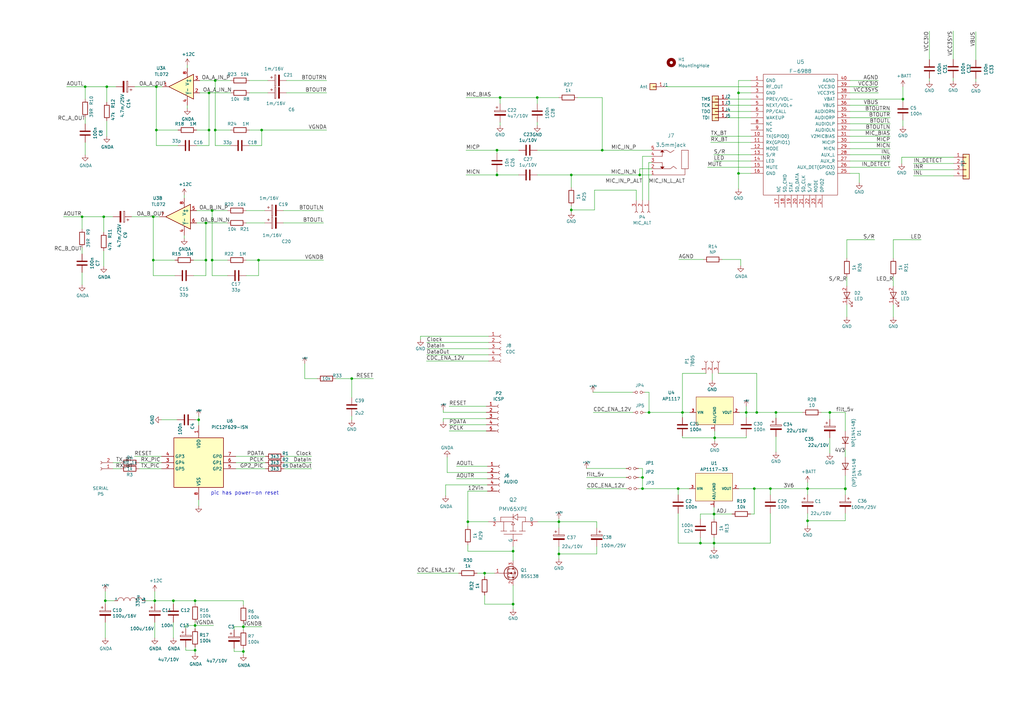
<source format=kicad_sch>
(kicad_sch (version 20211123) (generator eeschema)
  (paper "A3")
  (title_block (date "12 mar 2014") (rev "1") (comment 1 "(C) Tomas Kovacik"))
  (junction (at 34.925 35.56))
  (junction (at 266.192 169.164))
  (junction (at 346.71 200.533))
  (junction (at 107.315 53.34))
  (junction (at 71.12 246.38))
  (junction (at 86.995 86.36))
  (junction (at 287.274 222.758))
  (junction (at 64.135 53.34))
  (junction (at 85.725 53.34))
  (junction (at 99.822 257.048))
  (junction (at 220.345 40.005))
  (junction (at 81.4832 172.1866))
  (junction (at 86.995 106.68))
  (junction (at 315.976 200.406))
  (junction (at 331.216 200.406))
  (junction (at 292.862 222.758))
  (junction (at 318.262 169.164))
  (junction (at 203.835 71.755))
  (junction (at 198.755 235.077))
  (junction (at 99.822 267.208))
  (junction (at 64.135 35.56))
  (junction (at 203.835 61.595))
  (junction (at 234.315 71.755))
  (junction (at 309.372 200.406))
  (junction (at 302.895 38.1))
  (junction (at 84.455 106.68))
  (junction (at 229.235 213.995))
  (junction (at 191.897 213.995))
  (junction (at 263.525 200.406))
  (junction (at 292.862 210.82))
  (junction (at 210.439 226.06))
  (junction (at 88.265 33.02))
  (junction (at 80.01 246.38))
  (junction (at 263.525 195.834))
  (junction (at 43.18 246.38))
  (junction (at 80.01 256.54))
  (junction (at 370.332 40.64))
  (junction (at 262.382 71.755))
  (junction (at 63.5 246.38))
  (junction (at 33.655 88.9))
  (junction (at 43.815 35.56))
  (junction (at 310.388 169.164))
  (junction (at 278.13 200.406))
  (junction (at 302.895 71.12))
  (junction (at 293.116 179.578))
  (junction (at 340.36 169.164))
  (junction (at 229.235 227.203))
  (junction (at 234.315 86.106))
  (junction (at 346.71 200.406))
  (junction (at 42.545 88.9))
  (junction (at 210.439 247.777))
  (junction (at 62.865 88.9))
  (junction (at 80.01 266.7))
  (junction (at 84.455 91.44))
  (junction (at 205.105 40.005))
  (junction (at 85.725 38.1))
  (junction (at 279.908 169.164))
  (junction (at 144.272 155.2702))
  (junction (at 247.015 61.595))
  (junction (at 88.265 53.34))
  (junction (at 306.07 169.164))
  (junction (at 106.045 106.68))
  (junction (at 62.865 106.68))
  (junction (at 331.216 213.614))
  (wire (pts (xy 262.001 200.406) (xy 263.525 200.406)))
  (wire (pts (xy 391.16 67.056) (xy 374.65 67.056)))
  (wire (pts (xy 84.455 91.44) (xy 93.345 91.44)))
  (wire (pts (xy 73.025 53.34) (xy 64.135 53.34)))
  (wire (pts (xy 84.455 91.44) (xy 84.455 106.68)))
  (wire (pts (xy 348.615 53.34) (xy 365.125 53.34)))
  (wire (pts (xy 346.71 210.566) (xy 346.71 213.614)))
  (wire (pts (xy 243.332 169.164) (xy 259.588 169.164)))
  (wire (pts (xy 96.012 257.048) (xy 99.822 257.048)))
  (wire (pts (xy 331.216 197.866) (xy 331.216 200.406)))
  (wire (pts (xy 81.4832 204.978) (xy 81.4832 207.518)))
  (wire (pts (xy 266.065 66.675) (xy 267.335 66.675)))
  (wire (pts (xy 287.274 222.758) (xy 292.862 222.758)))
  (wire (pts (xy 348.615 43.18) (xy 360.2482 43.18)))
  (wire (pts (xy 200.279 213.995) (xy 191.897 213.995)))
  (wire (pts (xy 63.5 242.57) (xy 63.5 246.38)))
  (wire (pts (xy 346.71 202.946) (xy 346.71 200.533)))
  (wire (pts (xy 263.525 200.406) (xy 278.13 200.406)))
  (wire (pts (xy 307.975 55.88) (xy 291.465 55.88)))
  (wire (pts (xy 33.655 101.6) (xy 33.655 104.14)))
  (wire (pts (xy 220.345 42.545) (xy 220.345 40.005)))
  (wire (pts (xy 348.615 48.26) (xy 365.125 48.26)))
  (wire (pts (xy 88.265 53.34) (xy 88.265 59.69)))
  (wire (pts (xy 264.541 160.909) (xy 266.192 160.909)))
  (wire (pts (xy 293.116 179.578) (xy 293.116 180.848)))
  (wire (pts (xy 80.645 53.34) (xy 85.725 53.34)))
  (wire (pts (xy 71.12 246.38) (xy 80.01 246.38)))
  (wire (pts (xy 106.045 113.03) (xy 106.045 106.68)))
  (wire (pts (xy 331.216 213.614) (xy 331.216 210.566)))
  (wire (pts (xy 181.8132 168.1988) (xy 181.8132 169.1386)))
  (wire (pts (xy 172.466 137.922) (xy 172.466 139.192)))
  (wire (pts (xy 346.71 200.406) (xy 331.216 200.406)))
  (wire (pts (xy 296.164 106.426) (xy 303.784 106.426)))
  (wire (pts (xy 346.71 176.784) (xy 346.71 169.164)))
  (wire (pts (xy 331.216 200.406) (xy 331.216 202.946)))
  (wire (pts (xy 210.439 226.06) (xy 210.439 224.155)))
  (wire (pts (xy 33.655 116.84) (xy 33.655 111.76)))
  (wire (pts (xy 310.388 169.164) (xy 306.07 169.164)))
  (wire (pts (xy 298.45 43.18) (xy 307.975 43.18)))
  (wire (pts (xy 71.12 246.38) (xy 71.12 247.65)))
  (wire (pts (xy 183.388 193.802) (xy 199.898 193.802)))
  (wire (pts (xy 175.006 140.462) (xy 200.406 140.462)))
  (wire (pts (xy 84.455 106.68) (xy 84.455 113.03)))
  (wire (pts (xy 42.545 88.9) (xy 46.355 88.9)))
  (wire (pts (xy 306.07 178.816) (xy 306.07 179.578)))
  (wire (pts (xy 347.345 124.968) (xy 347.345 130.048)))
  (wire (pts (xy 243.84 77.978) (xy 243.84 86.106)))
  (wire (pts (xy 132.715 91.44) (xy 116.205 91.44)))
  (wire (pts (xy 348.615 60.96) (xy 365.125 60.96)))
  (wire (pts (xy 287.274 212.852) (xy 287.274 210.82)))
  (wire (pts (xy 262.382 69.215) (xy 262.382 71.755)))
  (wire (pts (xy 62.865 88.9) (xy 62.865 106.68)))
  (wire (pts (xy 244.729 224.155) (xy 244.729 227.203)))
  (wire (pts (xy 369.824 64.516) (xy 391.16 64.516)))
  (wire (pts (xy 80.01 256.54) (xy 87.63 256.54)))
  (wire (pts (xy 191.135 40.005) (xy 205.105 40.005)))
  (wire (pts (xy 307.975 38.1) (xy 302.895 38.1)))
  (wire (pts (xy 210.439 247.777) (xy 198.755 247.777)))
  (wire (pts (xy 306.07 166.624) (xy 306.07 169.164)))
  (wire (pts (xy 99.822 267.208) (xy 99.822 268.478)))
  (wire (pts (xy 347.345 105.918) (xy 347.345 98.298)))
  (wire (pts (xy 293.116 176.784) (xy 293.116 179.578)))
  (wire (pts (xy 234.315 84.455) (xy 234.315 86.106)))
  (wire (pts (xy 346.71 169.164) (xy 340.36 169.164)))
  (wire (pts (xy 229.235 213.995) (xy 229.235 212.725)))
  (wire (pts (xy 203.835 61.595) (xy 191.135 61.595)))
  (wire (pts (xy 53.975 88.9) (xy 62.865 88.9)))
  (wire (pts (xy 43.815 41.91) (xy 43.815 35.56)))
  (wire (pts (xy 309.372 210.82) (xy 309.372 200.406)))
  (wire (pts (xy 96.012 257.048) (xy 96.012 258.318)))
  (wire (pts (xy 346.71 200.533) (xy 346.71 200.406)))
  (wire (pts (xy 307.975 45.72) (xy 298.45 45.72)))
  (wire (pts (xy 75.565 97.79) (xy 75.565 96.52)))
  (wire (pts (xy 287.274 210.82) (xy 292.862 210.82)))
  (wire (pts (xy 71.12 255.27) (xy 71.12 261.62)))
  (wire (pts (xy 370.332 35.56) (xy 370.332 40.64)))
  (wire (pts (xy 331.216 213.614) (xy 346.71 213.614)))
  (wire (pts (xy 303.784 108.966) (xy 303.784 106.426)))
  (wire (pts (xy 390.9314 24.3332) (xy 390.9314 12.7)))
  (wire (pts (xy 348.615 45.72) (xy 365.125 45.72)))
  (wire (pts (xy 234.315 76.835) (xy 234.315 71.755)))
  (wire (pts (xy 307.848 210.82) (xy 309.372 210.82)))
  (wire (pts (xy 100.965 86.36) (xy 108.585 86.36)))
  (wire (pts (xy 292.1 153.162) (xy 292.1 155.956)))
  (wire (pts (xy 210.439 249.809) (xy 210.439 247.777)))
  (wire (pts (xy 81.4832 170.688) (xy 81.4832 172.1866)))
  (wire (pts (xy 210.439 240.157) (xy 210.439 247.777)))
  (wire (pts (xy 212.725 71.755) (xy 203.835 71.755)))
  (wire (pts (xy 172.466 137.922) (xy 200.406 137.922)))
  (wire (pts (xy 171.069 235.077) (xy 188.087 235.077)))
  (wire (pts (xy 80.01 246.38) (xy 99.822 246.38)))
  (wire (pts (xy 133.985 33.02) (xy 117.475 33.02)))
  (wire (pts (xy 266.065 82.169) (xy 266.065 66.675)))
  (wire (pts (xy 86.995 106.68) (xy 86.995 113.03)))
  (wire (pts (xy 88.265 33.02) (xy 88.265 53.34)))
  (wire (pts (xy 400.2532 24.638) (xy 400.2532 13.0048)))
  (wire (pts (xy 292.862 222.758) (xy 315.976 222.758)))
  (wire (pts (xy 264.668 169.164) (xy 266.192 169.164)))
  (wire (pts (xy 34.925 35.56) (xy 43.815 35.56)))
  (wire (pts (xy 85.725 38.1) (xy 85.725 53.34)))
  (wire (pts (xy 318.262 169.164) (xy 310.388 169.164)))
  (wire (pts (xy 203.835 62.865) (xy 203.835 61.595)))
  (wire (pts (xy 86.995 86.36) (xy 93.345 86.36)))
  (wire (pts (xy 102.235 59.69) (xy 107.315 59.69)))
  (wire (pts (xy 348.615 68.58) (xy 365.125 68.58)))
  (wire (pts (xy 199.4408 176.7586) (xy 184.2008 176.7586)))
  (wire (pts (xy 66.2432 192.278) (xy 57.0484 192.278)))
  (wire (pts (xy 198.755 235.077) (xy 198.755 236.474)))
  (wire (pts (xy 229.235 227.203) (xy 244.729 227.203)))
  (wire (pts (xy 287.274 220.472) (xy 287.274 222.758)))
  (wire (pts (xy 307.975 66.04) (xy 292.735 66.04)))
  (wire (pts (xy 175.006 143.002) (xy 200.406 143.002)))
  (wire (pts (xy 198.755 235.077) (xy 202.819 235.077)))
  (wire (pts (xy 315.976 210.566) (xy 315.976 222.758)))
  (wire (pts (xy 310.388 153.162) (xy 310.388 169.164)))
  (wire (pts (xy 307.975 71.12) (xy 302.895 71.12)))
  (wire (pts (xy 298.45 48.26) (xy 307.975 48.26)))
  (wire (pts (xy 391.16 69.596) (xy 374.65 69.596)))
  (wire (pts (xy 99.822 257.048) (xy 99.822 258.318)))
  (wire (pts (xy 199.4408 169.1386) (xy 181.8132 169.1386)))
  (wire (pts (xy 340.36 169.164) (xy 340.36 171.958)))
  (wire (pts (xy 260.985 77.978) (xy 243.84 77.978)))
  (wire (pts (xy 234.315 71.755) (xy 262.382 71.755)))
  (wire (pts (xy 263.525 192.151) (xy 263.525 195.834)))
  (wire (pts (xy 315.976 200.406) (xy 315.976 202.946)))
  (wire (pts (xy 85.725 38.1) (xy 94.615 38.1)))
  (wire (pts (xy 175.006 145.542) (xy 200.406 145.542)))
  (wire (pts (xy 76.2 265.43) (xy 76.2 266.7)))
  (wire (pts (xy 279.908 179.578) (xy 293.116 179.578)))
  (wire (pts (xy 263.525 195.834) (xy 263.525 200.406)))
  (wire (pts (xy 81.4832 172.1866) (xy 80.2132 172.1866)))
  (wire (pts (xy 99.822 257.048) (xy 107.442 257.048)))
  (wire (pts (xy 174.879 148.082) (xy 200.406 148.082)))
  (wire (pts (xy 76.835 26.67) (xy 76.835 27.94)))
  (wire (pts (xy 348.615 63.5) (xy 365.125 63.5)))
  (wire (pts (xy 318.262 185.42) (xy 318.262 179.07)))
  (wire (pts (xy 107.315 59.69) (xy 107.315 53.34)))
  (wire (pts (xy 266.192 160.909) (xy 266.192 169.164)))
  (wire (pts (xy 262.382 71.755) (xy 267.335 71.755)))
  (wire (pts (xy 64.135 35.56) (xy 64.135 53.34)))
  (wire (pts (xy 64.135 35.56) (xy 66.675 35.56)))
  (wire (pts (xy 62.865 106.68) (xy 62.865 113.03)))
  (wire (pts (xy 302.895 71.12) (xy 302.895 77.47)))
  (wire (pts (xy 75.565 80.01) (xy 75.565 81.28)))
  (wire (pts (xy 234.315 86.106) (xy 234.315 86.995)))
  (wire (pts (xy 63.5 246.38) (xy 63.5 247.65)))
  (wire (pts (xy 205.105 51.435) (xy 205.105 50.165)))
  (wire (pts (xy 80.01 266.7) (xy 80.01 267.97)))
  (wire (pts (xy 307.975 33.02) (xy 302.895 33.02)))
  (wire (pts (xy 34.925 63.5) (xy 34.925 58.42)))
  (wire (pts (xy 279.908 169.164) (xy 279.908 171.196)))
  (wire (pts (xy 195.707 235.077) (xy 198.755 235.077)))
  (wire (pts (xy 370.332 49.276) (xy 370.332 51.816)))
  (wire (pts (xy 400.2532 33.528) (xy 400.2532 32.258)))
  (wire (pts (xy 278.384 106.426) (xy 288.544 106.426)))
  (wire (pts (xy 391.16 72.136) (xy 374.65 72.136)))
  (wire (pts (xy 80.645 86.36) (xy 86.995 86.36)))
  (wire (pts (xy 293.116 179.578) (xy 306.07 179.578)))
  (wire (pts (xy 182.753 203.327) (xy 182.753 198.882)))
  (wire (pts (xy 144.272 155.2702) (xy 153.162 155.2702)))
  (wire (pts (xy 191.897 226.06) (xy 210.439 226.06)))
  (wire (pts (xy 348.615 38.1) (xy 360.2482 38.1)))
  (wire (pts (xy 348.615 55.88) (xy 365.125 55.88)))
  (wire (pts (xy 370.332 40.64) (xy 370.332 41.656)))
  (wire (pts (xy 198.755 247.777) (xy 198.755 244.094)))
  (wire (pts (xy 27.305 35.56) (xy 34.925 35.56)))
  (wire (pts (xy 292.862 210.82) (xy 300.228 210.82)))
  (wire (pts (xy 267.335 69.215) (xy 262.382 69.215)))
  (wire (pts (xy 203.835 70.485) (xy 203.835 71.755)))
  (wire (pts (xy 199.898 191.262) (xy 187.198 191.262)))
  (wire (pts (xy 43.18 246.38) (xy 46.99 246.38)))
  (wire (pts (xy 43.18 242.57) (xy 43.18 246.38)))
  (wire (pts (xy 346.71 195.072) (xy 346.71 200.406)))
  (wire (pts (xy 260.985 82.169) (xy 260.985 77.978)))
  (wire (pts (xy 203.835 71.755) (xy 191.135 71.755)))
  (wire (pts (xy 66.2432 189.738) (xy 57.0992 189.738)))
  (wire (pts (xy 80.645 91.44) (xy 84.455 91.44)))
  (wire (pts (xy 102.235 33.02) (xy 109.855 33.02)))
  (wire (pts (xy 64.135 59.69) (xy 73.025 59.69)))
  (wire (pts (xy 100.965 91.44) (xy 108.585 91.44)))
  (wire (pts (xy 86.995 86.36) (xy 86.995 106.68)))
  (wire (pts (xy 199.4408 174.2186) (xy 184.2008 174.2186)))
  (wire (pts (xy 205.105 40.005) (xy 220.345 40.005)))
  (wire (pts (xy 369.824 67.056) (xy 369.824 64.516)))
  (wire (pts (xy 366.395 98.298) (xy 377.825 98.298)))
  (wire (pts (xy 348.615 66.04) (xy 365.125 66.04)))
  (wire (pts (xy 347.345 98.298) (xy 358.775 98.298)))
  (wire (pts (xy 108.8644 187.198) (xy 96.7232 187.198)))
  (wire (pts (xy 199.898 196.342) (xy 187.198 196.342)))
  (wire (pts (xy 96.7232 189.738) (xy 108.8644 189.738)))
  (wire (pts (xy 292.862 222.758) (xy 292.862 224.536)))
  (wire (pts (xy 306.07 169.164) (xy 306.07 171.196)))
  (wire (pts (xy 183.388 187.452) (xy 183.388 193.802)))
  (wire (pts (xy 88.265 59.69) (xy 94.615 59.69)))
  (wire (pts (xy 63.5 246.38) (xy 71.12 246.38)))
  (wire (pts (xy 302.895 33.02) (xy 302.895 38.1)))
  (wire (pts (xy 266.192 169.164) (xy 279.908 169.164)))
  (wire (pts (xy 294.64 153.162) (xy 310.388 153.162)))
  (wire (pts (xy 102.235 53.34) (xy 107.315 53.34)))
  (wire (pts (xy 348.615 50.8) (xy 365.125 50.8)))
  (wire (pts (xy 80.01 256.54) (xy 80.01 257.81)))
  (wire (pts (xy 381.2032 33.3248) (xy 381.2032 32.0548)))
  (wire (pts (xy 247.015 61.595) (xy 267.335 61.595)))
  (wire (pts (xy 191.897 213.995) (xy 191.897 215.9)))
  (wire (pts (xy 220.599 213.995) (xy 229.235 213.995)))
  (wire (pts (xy 191.897 223.52) (xy 191.897 226.06)))
  (wire (pts (xy 96.7232 192.278) (xy 108.8644 192.278)))
  (wire (pts (xy 292.862 210.82) (xy 292.862 212.852)))
  (wire (pts (xy 144.272 170.6626) (xy 144.272 172.2628)))
  (wire (pts (xy 318.262 171.45) (xy 318.262 169.164)))
  (wire (pts (xy 124.968 149.1742) (xy 124.968 155.2702)))
  (wire (pts (xy 99.822 248.158) (xy 99.822 246.38)))
  (wire (pts (xy 381.2032 24.4348) (xy 381.2032 12.8016)))
  (wire (pts (xy 352.425 74.93) (xy 352.425 71.12)))
  (wire (pts (xy 240.538 195.834) (xy 256.794 195.834)))
  (wire (pts (xy 348.615 35.56) (xy 360.2482 35.56)))
  (wire (pts (xy 303.022 200.406) (xy 309.372 200.406)))
  (wire (pts (xy 43.18 255.27) (xy 43.18 261.62)))
  (wire (pts (xy 229.235 213.995) (xy 229.235 216.535)))
  (wire (pts (xy 220.345 40.005) (xy 229.235 40.005)))
  (wire (pts (xy 292.862 220.472) (xy 292.862 222.758)))
  (wire (pts (xy 85.725 59.69) (xy 80.645 59.69)))
  (wire (pts (xy 59.69 246.38) (xy 63.5 246.38)))
  (wire (pts (xy 390.9314 33.2232) (xy 390.9314 31.9532)))
  (wire (pts (xy 289.56 153.162) (xy 279.908 153.162)))
  (wire (pts (xy 292.862 208.026) (xy 292.862 210.82)))
  (wire (pts (xy 46.355 192.278) (xy 49.4284 192.278)))
  (wire (pts (xy 132.715 86.36) (xy 116.205 86.36)))
  (wire (pts (xy 331.216 215.646) (xy 331.216 213.614)))
  (wire (pts (xy 346.71 184.404) (xy 346.71 187.452)))
  (wire (pts (xy 80.01 246.38) (xy 80.01 247.65)))
  (wire (pts (xy 93.345 106.68) (xy 86.995 106.68)))
  (wire (pts (xy 96.012 265.938) (xy 96.012 267.208)))
  (wire (pts (xy 86.995 113.03) (xy 93.345 113.03)))
  (wire (pts (xy 366.395 105.918) (xy 366.395 98.298)))
  (wire (pts (xy 191.897 201.422) (xy 191.897 213.995)))
  (wire (pts (xy 34.925 40.64) (xy 34.925 35.56)))
  (wire (pts (xy 84.455 113.03) (xy 79.375 113.03)))
  (wire (pts (xy 79.375 106.68) (xy 84.455 106.68)))
  (wire (pts (xy 279.908 153.162) (xy 279.908 169.164)))
  (wire (pts (xy 261.874 192.151) (xy 263.525 192.151)))
  (wire (pts (xy 43.815 55.88) (xy 43.815 49.53)))
  (wire (pts (xy 81.915 38.1) (xy 85.725 38.1)))
  (wire (pts (xy 348.615 71.12) (xy 352.425 71.12)))
  (wire (pts (xy 307.975 63.5) (xy 292.735 63.5)))
  (wire (pts (xy 340.36 169.164) (xy 336.804 169.164)))
  (wire (pts (xy 278.13 200.406) (xy 278.13 202.946)))
  (wire (pts (xy 220.345 51.435) (xy 220.345 50.165)))
  (wire (pts (xy 76.2 256.54) (xy 80.01 256.54)))
  (wire (pts (xy 210.439 226.06) (xy 210.439 229.997)))
  (wire (pts (xy 116.4844 192.278) (xy 127.8128 192.278)))
  (wire (pts (xy 137.7188 155.2702) (xy 144.272 155.2702)))
  (wire (pts (xy 55.118 187.198) (xy 66.2432 187.198)))
  (wire (pts (xy 302.895 38.1) (xy 302.895 71.12)))
  (wire (pts (xy 133.985 38.1) (xy 117.475 38.1)))
  (wire (pts (xy 55.245 35.56) (xy 64.135 35.56)))
  (wire (pts (xy 199.4408 171.6786) (xy 181.8132 171.6786)))
  (wire (pts (xy 81.915 33.02) (xy 88.265 33.02)))
  (wire (pts (xy 94.615 53.34) (xy 88.265 53.34)))
  (wire (pts (xy 307.975 58.42) (xy 291.465 58.42)))
  (wire (pts (xy 34.925 48.26) (xy 34.925 50.8)))
  (wire (pts (xy 307.975 40.64) (xy 298.45 40.64)))
  (wire (pts (xy 229.235 229.235) (xy 229.235 227.203)))
  (wire (pts (xy 247.015 40.005) (xy 247.015 61.595)))
  (wire (pts (xy 88.265 33.02) (xy 94.615 33.02)))
  (wire (pts (xy 212.725 61.595) (xy 203.835 61.595)))
  (wire (pts (xy 116.4844 187.198) (xy 127.8128 187.198)))
  (wire (pts (xy 366.395 124.968) (xy 366.395 130.048)))
  (wire (pts (xy 191.897 201.422) (xy 199.898 201.422)))
  (wire (pts (xy 107.315 53.34) (xy 133.985 53.34)))
  (wire (pts (xy 96.012 267.208) (xy 99.822 267.208)))
  (wire (pts (xy 243.205 160.909) (xy 259.461 160.909)))
  (wire (pts (xy 340.36 185.928) (xy 340.36 179.578)))
  (wire (pts (xy 240.665 200.406) (xy 256.921 200.406)))
  (wire (pts (xy 366.395 113.538) (xy 366.395 117.348)))
  (wire (pts (xy 315.976 200.406) (xy 331.216 200.406)))
  (wire (pts (xy 42.545 109.22) (xy 42.545 102.87)))
  (wire (pts (xy 144.272 155.2702) (xy 144.272 163.0426)))
  (wire (pts (xy 33.655 93.98) (xy 33.655 88.9)))
  (wire (pts (xy 278.13 222.758) (xy 287.274 222.758)))
  (wire (pts (xy 64.135 53.34) (xy 64.135 59.69)))
  (wire (pts (xy 81.4832 172.1866) (xy 81.4832 174.498)))
  (wire (pts (xy 72.5932 172.1866) (xy 66.2432 172.1866)))
  (wire (pts (xy 76.835 44.45) (xy 76.835 43.18)))
  (wire (pts (xy 267.335 64.135) (xy 263.525 64.135)))
  (wire (pts (xy 229.235 227.203) (xy 229.235 224.155)))
  (wire (pts (xy 199.4408 166.5986) (xy 184.2008 166.5986)))
  (wire (pts (xy 240.538 192.151) (xy 256.794 192.151)))
  (wire (pts (xy 99.822 255.778) (xy 99.822 257.048)))
  (wire (pts (xy 329.184 169.164) (xy 318.262 169.164)))
  (wire (pts (xy 205.105 42.545) (xy 205.105 40.005)))
  (wire (pts (xy 26.035 88.9) (xy 33.655 88.9)))
  (wire (pts (xy 309.372 200.406) (xy 315.976 200.406)))
  (wire (pts (xy 43.18 246.38) (xy 43.18 247.65)))
  (wire (pts (xy 46.355 189.738) (xy 49.4792 189.738)))
  (wire (pts (xy 99.822 265.938) (xy 99.822 267.208)))
  (wire (pts (xy 182.753 198.882) (xy 199.898 198.882)))
  (wire (pts (xy 307.975 68.58) (xy 290.195 68.58)))
  (wire (pts (xy 348.615 40.64) (xy 370.332 40.64)))
  (wire (pts (xy 76.2 266.7) (xy 80.01 266.7)))
  (wire (pts (xy 130.0988 155.2702) (xy 124.968 155.2702)))
  (wire (pts (xy 261.874 195.834) (xy 263.525 195.834)))
  (wire (pts (xy 229.235 213.995) (xy 244.729 213.995)))
  (wire (pts (xy 85.725 53.34) (xy 85.725 59.69)))
  (wire (pts (xy 279.908 178.816) (xy 279.908 179.578)))
  (wire (pts (xy 33.655 88.9) (xy 42.545 88.9)))
  (wire (pts (xy 80.01 255.27) (xy 80.01 256.54)))
  (wire (pts (xy 106.045 106.68) (xy 132.715 106.68)))
  (wire (pts (xy 220.345 61.595) (xy 247.015 61.595)))
  (wire (pts (xy 63.5 255.27) (xy 63.5 261.62)))
  (wire (pts (xy 272.923 35.56) (xy 307.975 35.56)))
  (wire (pts (xy 243.84 86.106) (xy 234.315 86.106)))
  (wire (pts (xy 279.908 169.164) (xy 282.956 169.164)))
  (wire (pts (xy 348.615 58.42) (xy 365.125 58.42)))
  (wire (pts (xy 100.965 106.68) (xy 106.045 106.68)))
  (wire (pts (xy 263.525 64.135) (xy 263.525 82.169)))
  (wire (pts (xy 62.865 113.03) (xy 71.755 113.03)))
  (wire (pts (xy 220.345 71.755) (xy 234.315 71.755)))
  (wire (pts (xy 303.276 169.164) (xy 306.07 169.164)))
  (wire (pts (xy 62.865 88.9) (xy 65.405 88.9)))
  (wire (pts (xy 244.729 213.995) (xy 244.729 216.535)))
  (wire (pts (xy 348.615 33.02) (xy 360.2482 33.02)))
  (wire (pts (xy 347.345 113.538) (xy 347.345 117.348)))
  (wire (pts (xy 181.8132 171.6786) (xy 181.8132 172.8978)))
  (wire (pts (xy 43.815 35.56) (xy 47.625 35.56)))
  (wire (pts (xy 236.855 40.005) (xy 247.015 40.005)))
  (wire (pts (xy 76.2 257.81) (xy 76.2 256.54)))
  (wire (pts (xy 102.235 38.1) (xy 109.855 38.1)))
  (wire (pts (xy 116.4844 189.738) (xy 127.8128 189.738)))
  (wire (pts (xy 71.755 106.68) (xy 62.865 106.68)))
  (wire (pts (xy 278.13 210.566) (xy 278.13 222.758)))
  (wire (pts (xy 80.01 265.43) (xy 80.01 266.7)))
  (wire (pts (xy 278.13 200.406) (xy 282.702 200.406)))
  (wire (pts (xy 100.965 113.03) (xy 106.045 113.03)))
  (wire (pts (xy 42.545 95.25) (xy 42.545 88.9)))
  (text "pic has power-on reset" (at 86.4108 203.1746 0) (effects (font (size 1.524 1.524)) (justify left bottom)))
  (label "ADJ" (at 293.878 210.82 0) (effects (font (size 1.524 1.524))))
  (label "3V6" (at 321.31 200.406 0) (effects (font (size 1.524 1.524))))
  (label "S{slash}R" (at 358.775 98.298 180) (effects (font (size 1.524 1.524))))
  (label "TX_PIC" (at 57.7342 192.278 0) (effects (font (size 1.524 1.524))))
  (label "INL" (at 365.125 63.5 180) (effects (font (size 1.524 1.524))))
  (label "VGNDA" (at 87.63 256.54 180) (effects (font (size 1.524 1.524))))
  (label "PCLK" (at 108.2802 189.738 180) (effects (font (size 1.524 1.524))))
  (label "AOUTL" (at 27.305 35.56 0) (effects (font (size 1.524 1.524))))
  (label "LED" (at 292.735 66.04 0) (effects (font (size 1.524 1.524))))
  (label "PCLK" (at 184.2008 176.7586 0) (effects (font (size 1.524 1.524))))
  (label "OA_A_OUT" (at 57.0484 35.56 0) (effects (font (size 1.524 1.524))))
  (label "MICN" (at 365.125 60.96 180) (effects (font (size 1.524 1.524))))
  (label "BTOUTLN" (at 365.125 53.34 180) (effects (font (size 1.524 1.524))))
  (label "RESET" (at 153.162 155.2702 180) (effects (font (size 1.524 1.524))))
  (label "DataOut" (at 127.8128 192.278 180) (effects (font (size 1.524 1.524))))
  (label "TX_BT" (at 47.5234 189.738 0) (effects (font (size 1.524 1.524))))
  (label "OA_A_IN_N" (at 83.2104 38.1 0) (effects (font (size 1.524 1.524))))
  (label "RC_A_OUT" (at 34.925 49.7078 180) (effects (font (size 1.524 1.524))))
  (label "MIC_IN_L_ALT" (at 266.065 75.438 0) (effects (font (size 1.524 1.524))))
  (label "OA_B_IN_N" (at 82.1944 91.44 0) (effects (font (size 1.524 1.524))))
  (label "BTOUTL" (at 365.125 50.8 180) (effects (font (size 1.524 1.524))))
  (label "RX_BT" (at 291.465 58.42 0) (effects (font (size 1.524 1.524))))
  (label "CDC_ENA_12V" (at 171.069 235.077 0) (effects (font (size 1.524 1.524))))
  (label "CDC_ENA_12V" (at 174.879 148.082 0) (effects (font (size 1.524 1.524))))
  (label "Clock" (at 127.8128 187.198 180) (effects (font (size 1.524 1.524))))
  (label "S{slash}R_R" (at 347.345 115.6208 180) (effects (font (size 1.524 1.524))))
  (label "BTOUTR" (at 133.985 38.1 180) (effects (font (size 1.524 1.524))))
  (label "PDATA" (at 184.2008 174.2186 0) (effects (font (size 1.524 1.524))))
  (label "AOUTR" (at 26.035 88.9 0) (effects (font (size 1.524 1.524))))
  (label "AGND" (at 360.2482 33.02 180) (effects (font (size 1.524 1.524))))
  (label "DataOut" (at 175.006 145.542 0) (effects (font (size 1.524 1.524))))
  (label "LED" (at 377.825 98.298 180) (effects (font (size 1.524 1.524))))
  (label "MICN" (at 191.135 71.755 0) (effects (font (size 1.524 1.524))))
  (label "CDC_ENA_12V" (at 240.665 200.406 0) (effects (font (size 1.524 1.524))))
  (label "CDC_ENA_12V" (at 243.332 169.164 0) (effects (font (size 1.524 1.524))))
  (label "VCC3IO" (at 360.2482 35.56 180) (effects (font (size 1.524 1.524))))
  (label "4V3" (at 346.71 185.928 180) (effects (font (size 1.524 1.524))))
  (label "VGNDB" (at 107.442 257.048 180) (effects (font (size 1.524 1.524))))
  (label "TX_BT" (at 291.465 55.88 0) (effects (font (size 1.524 1.524))))
  (label "DataIn" (at 175.006 143.002 0) (effects (font (size 1.524 1.524))))
  (label "PDATA" (at 108.3056 187.198 180) (effects (font (size 1.524 1.524))))
  (label "IN_DETECT" (at 365.125 68.58 180) (effects (font (size 1.524 1.524))))
  (label "MICP" (at 191.135 61.595 0) (effects (font (size 1.524 1.524))))
  (label "VCC3SYS" (at 360.2482 38.1 180) (effects (font (size 1.524 1.524))))
  (label "AOUTL" (at 187.198 191.262 0) (effects (font (size 1.524 1.524))))
  (label "AOUTR" (at 187.198 196.342 0) (effects (font (size 1.524 1.524))))
  (label "VBUS" (at 360.2482 43.18 180) (effects (font (size 1.524 1.524))))
  (label "BTOUTR" (at 365.125 48.26 180) (effects (font (size 1.524 1.524))))
  (label "VCC3IO" (at 381.2032 12.8016 270) (effects (font (size 1.524 1.524))))
  (label "12Vin" (at 191.897 201.422 0) (effects (font (size 1.524 1.524))))
  (label "RESET" (at 184.2008 166.5986 0) (effects (font (size 1.524 1.524))))
  (label "VGNDB" (at 132.715 106.68 180) (effects (font (size 1.524 1.524))))
  (label "INR" (at 374.65 69.596 0) (effects (font (size 1.524 1.524))))
  (label "filt_5v" (at 342.9 169.164 0) (effects (font (size 1.524 1.524))))
  (label "GP2_PIC" (at 98.425 192.278 0) (effects (font (size 1.524 1.524))))
  (label "INR" (at 365.125 66.04 180) (effects (font (size 1.524 1.524))))
  (label "MIC_BIAS" (at 365.125 55.88 180) (effects (font (size 1.524 1.524))))
  (label "MIC_BIAS" (at 191.135 40.005 0) (effects (font (size 1.524 1.524))))
  (label "Clock" (at 175.006 140.462 0) (effects (font (size 1.524 1.524))))
  (label "BTOUTRN" (at 365.125 45.72 180) (effects (font (size 1.524 1.524))))
  (label "VGNDA" (at 133.985 53.34 180) (effects (font (size 1.524 1.524))))
  (label "RESET" (at 55.118 187.198 0) (effects (font (size 1.524 1.524))))
  (label "OA_B_OUT" (at 56.0324 88.9 0) (effects (font (size 1.524 1.524))))
  (label "OA_B_IN_P" (at 81.6864 86.36 0) (effects (font (size 1.524 1.524))))
  (label "filt_5v" (at 240.538 195.834 0) (effects (font (size 1.524 1.524))))
  (label "VCC3SYS" (at 390.9314 12.7 270) (effects (font (size 1.524 1.524))))
  (label "MUTE" (at 290.195 68.58 0) (effects (font (size 1.524 1.524))))
  (label "AGND" (at 278.384 106.426 0) (effects (font (size 1.524 1.524))))
  (label "DataIn" (at 127.8128 189.738 180) (effects (font (size 1.524 1.524))))
  (label "MIC_IN_N" (at 260.985 71.755 180) (effects (font (size 1.524 1.524))))
  (label "BTOUTRN" (at 133.985 33.02 180) (effects (font (size 1.524 1.524))))
  (label "MIC_IN_P" (at 260.985 61.595 180) (effects (font (size 1.524 1.524))))
  (label "INL" (at 374.65 72.136 0) (effects (font (size 1.524 1.524))))
  (label "LED_R" (at 366.395 115.5954 180) (effects (font (size 1.524 1.524))))
  (label "MICP" (at 365.125 58.42 180) (effects (font (size 1.524 1.524))))
  (label "BTOUTL" (at 132.715 91.44 180) (effects (font (size 1.524 1.524))))
  (label "OA_A_IN_P" (at 82.7024 33.02 0) (effects (font (size 1.524 1.524))))
  (label "S{slash}R" (at 292.735 63.5 0) (effects (font (size 1.524 1.524))))
  (label "RC_B_OUT" (at 33.655 103.2002 180) (effects (font (size 1.524 1.524))))
  (label "IN_DETECT" (at 374.65 67.056 0) (effects (font (size 1.524 1.524))))
  (label "RX_PIC" (at 57.7088 189.738 0) (effects (font (size 1.524 1.524))))
  (label "BTOUTLN" (at 132.715 86.36 180) (effects (font (size 1.524 1.524))))
  (label "RX_BT" (at 47.4726 192.278 0) (effects (font (size 1.524 1.524))))
  (label "VBUS" (at 400.2532 13.0048 270) (effects (font (size 1.524 1.524))))
  (label "MIC_IN_P_ALT" (at 263.525 75.438 180) (effects (font (size 1.524 1.524))))
  (symbol (lib_id "Device:R") (at 112.6744 189.738 90) (unit 1)
    (property "Reference" "R2" (at 117.0686 188.5442 90))
    (property "Value" "3k3" (at 112.6744 189.738 90))
    (property "Footprint" "Resistors_SMD.pretty:R_0805_HandSoldering" (effects hide))
  )
  (symbol (lib_id "Device:R") (at 112.6744 187.198 90) (unit 1)
    (property "Reference" "R1" (at 117.0686 186.0042 90))
    (property "Value" "3k3" (at 112.6744 187.198 90))
    (property "Footprint" "Resistors_SMD.pretty:R_0805_HandSoldering" (effects hide))
  )
  (symbol (lib_id "Device:R") (at 112.6744 192.278 90) (unit 1)
    (property "Reference" "R5" (at 117.0686 191.0842 90))
    (property "Value" "3k3" (at 112.6744 192.278 90))
    (property "Footprint" "Resistors_SMD.pretty:R_0805_HandSoldering" (effects hide))
  )
  (symbol (lib_id "vwcdpic-rescue:GND") (at 81.4832 207.518 0) (unit 1)
    (property "Reference" "#PWR04" (effects hide))
    (property "Value" "GND" (effects hide))
  )
  (symbol (lib_id "atmegax8_with_bluetooth-rescue:C-RESCUE-atmegax8_with_bluetooth") (at 76.4032 172.1866 270) (unit 1)
    (property "Reference" "C4" (at 78.9432 173.4566 0) (effects (justify left)))
    (property "Value" "100n" (at 73.8632 173.4566 0) (effects (justify left)))
    (property "Footprint" "Capacitors_SMD.pretty:C_0805_HandSoldering" (effects hide))
  )
  (symbol (lib_id "atmegax8_with_bluetooth-rescue:+12V-RESCUE-atmegax8_with_bluetooth") (at 43.18 242.57 0) (unit 1)
    (property "Reference" "#PWR02" (effects hide))
    (property "Value" "+12V" (at 43.18 240.03 0) (effects (font (size 0.762 0.762))))
  )
  (symbol (lib_id "atmegax8_with_bluetooth-rescue:GND-RESCUE-atmegax8_with_bluetooth") (at 66.2432 172.1866 270) (unit 1)
    (property "Reference" "#PWR010" (effects hide))
    (property "Value" "GND" (at 62.4332 172.1866 0))
  )
  (symbol (lib_id "atmegax8_with_bluetooth-rescue:GND-RESCUE-atmegax8_with_bluetooth") (at 172.466 139.192 0) (unit 1)
    (property "Reference" "#PWR011" (effects hide))
    (property "Value" "GND" (at 172.466 143.002 0))
  )
  (symbol (lib_id "atmegax8_with_bluetooth-rescue:+BATT-RESCUE-atmegax8_with_bluetooth") (at 331.216 197.866 0) (unit 1)
    (property "Reference" "#PWR014" (effects hide))
    (property "Value" "+BATT" (at 331.6732 193.4464 0))
  )
  (symbol (lib_id "atmegax8_with_bluetooth-rescue:+BATT-RESCUE-atmegax8_with_bluetooth") (at 370.332 35.56 0) (unit 1)
    (property "Reference" "#PWR015" (effects hide))
    (property "Value" "+BATT" (at 370.7892 31.1404 0))
  )
  (symbol (lib_id "atmegax8_with_bluetooth-rescue:C-RESCUE-atmegax8_with_bluetooth") (at 370.332 45.466 0) (unit 1)
    (property "Reference" "C5" (at 373.253 44.2976 0) (effects (justify left)))
    (property "Value" "100n" (at 373.253 46.6344 0) (effects (justify left)))
    (property "Footprint" "Capacitors_SMD.pretty:C_0805_HandSoldering" (effects hide))
  )
  (symbol (lib_id "atmegax8_with_bluetooth-rescue:GND-RESCUE-atmegax8_with_bluetooth") (at 331.216 215.646 0) (unit 1)
    (property "Reference" "#PWR016" (effects hide))
    (property "Value" "GND" (at 331.216 219.456 0))
  )
  (symbol (lib_id "Connector:Conn_01x05_Female") (at 204.5208 171.6786 0) (unit 1)
    (property "Reference" "P2" (at 204.5208 161.3154 0))
    (property "Value" "ICSP" (at 204.5208 163.6522 0))
    (property "Footprint" "Pin_Headers.pretty:Pin_Header_Straight_1x05" (effects hide))
  )
  (symbol (lib_id "atmegax8_with_bluetooth-rescue:LM358-RESCUE-atmegax8_with_bluetooth") (at 74.295 35.56 0) (mirror y) (unit 1)
    (property "Reference" "U3" (at 67.945 27.94 0) (effects (justify left)))
    (property "Value" "TL072" (at 69.215 30.48 0) (effects (justify left)))
    (property "Footprint" "SMD_Packages:SOIC-8-N" (effects hide))
  )
  (symbol (lib_id "atmegax8_with_bluetooth-rescue:INDUCTOR-RESCUE-atmegax8_with_bluetooth") (at 53.34 246.38 0) (unit 1)
    (property "Reference" "L1" (at 58.8518 246.38 90))
    (property "Value" "330u" (at 56.515 246.38 90))
    (property "Footprint" "SMD_Packages.pretty:SMD-1210_Pol" (effects hide))
  )
  (symbol (lib_id "atmegax8_with_bluetooth-rescue:R-RESCUE-atmegax8_with_bluetooth") (at 80.01 251.46 180) (unit 1)
    (property "Reference" "R16" (at 81.788 250.2916 0) (effects (justify right)))
    (property "Value" "100k" (at 81.788 252.6284 0) (effects (justify right)))
    (property "Footprint" "Resistors_SMD.pretty:R_0805_HandSoldering" (effects hide))
  )
  (symbol (lib_id "atmegax8_with_bluetooth-rescue:R-RESCUE-atmegax8_with_bluetooth") (at 80.01 261.62 180) (unit 1)
    (property "Reference" "R17" (at 81.788 260.4516 0) (effects (justify right)))
    (property "Value" "100k" (at 81.788 262.7884 0) (effects (justify right)))
    (property "Footprint" "Resistors_SMD.pretty:R_0805_HandSoldering" (effects hide))
  )
  (symbol (lib_id "atmegax8_with_bluetooth-rescue:C-RESCUE-atmegax8_with_bluetooth") (at 71.12 251.46 0) (unit 1)
    (property "Reference" "C12" (at 74.041 250.2916 0) (effects (justify left)))
    (property "Value" "100n" (at 66.04 256.54 0) (effects (justify left)))
    (property "Footprint" "Capacitors_SMD.pretty:C_0805_HandSoldering" (effects hide))
  )
  (symbol (lib_id "atmegax8_with_bluetooth-rescue:CP-RESCUE-atmegax8_with_bluetooth") (at 63.5 251.46 0) (unit 1)
    (property "Reference" "C11" (at 66.421 250.2916 0) (effects (justify left)))
    (property "Value" "100u/16V" (at 53.34 257.81 0) (effects (justify left)))
    (property "Footprint" "Capacitors_Tantalum_SMD.pretty:TantalC_SizeD_EIA-7343_HandSoldering" (effects hide))
  )
  (symbol (lib_id "atmegax8_with_bluetooth-rescue:GNDA-RESCUE-atmegax8_with_bluetooth") (at 183.388 187.452 180) (unit 1)
    (property "Reference" "#PWR021" (effects hide))
    (property "Value" "GNDA" (at 183.388 183.642 0))
  )
  (symbol (lib_id "Device:CP") (at 43.18 251.46 0) (unit 1)
    (property "Reference" "C10" (at 46.101 250.2916 0) (effects (justify left)))
    (property "Value" "100u/16V" (at 46.101 252.6284 0) (effects (justify left)))
    (property "Footprint" "Capacitors_Tantalum_SMD.pretty:TantalC_SizeD_EIA-7343_HandSoldering" (effects hide))
  )
  (symbol (lib_id "atmegax8_with_bluetooth-rescue:CP-RESCUE-atmegax8_with_bluetooth") (at 76.2 261.62 0) (unit 1)
    (property "Reference" "C13" (at 73.66 256.54 0) (effects (justify left)))
    (property "Value" "4u7/10V" (at 64.77 270.51 0) (effects (justify left)))
    (property "Footprint" "Capacitors_Tantalum_SMD.pretty:TantalC_SizeA_EIA-3216_Wave" (effects hide))
  )
  (symbol (lib_id "atmegax8_with_bluetooth-rescue:CP-RESCUE-atmegax8_with_bluetooth") (at 113.665 38.1 90) (mirror x) (unit 1)
    (property "Reference" "C6" (at 120.904 44.958 90) (effects (justify left)))
    (property "Value" "1m/16V" (at 117.094 42.418 90) (effects (justify left)))
    (property "Footprint" "Capacitors_SMD.pretty:c_elec_5x5.8" (effects hide))
  )
  (symbol (lib_id "atmegax8_with_bluetooth-rescue:R-RESCUE-atmegax8_with_bluetooth") (at 98.425 38.1 90) (mirror x) (unit 1)
    (property "Reference" "R8" (at 99.695 40.64 90) (effects (justify right)))
    (property "Value" "10k" (at 94.615 40.64 90) (effects (justify right)))
    (property "Footprint" "Resistors_SMD.pretty:R_0805_HandSoldering" (effects hide))
  )
  (symbol (lib_id "atmegax8_with_bluetooth-rescue:+12C-RESCUE-atmegax8_with_bluetooth") (at 63.5 242.57 0) (unit 1)
    (property "Reference" "#PWR023" (effects hide))
    (property "Value" "+12C" (at 63.9572 238.1504 0))
  )
  (symbol (lib_id "atmegax8_with_bluetooth-rescue:GNDA-RESCUE-atmegax8_with_bluetooth") (at 63.5 261.62 0) (unit 1)
    (property "Reference" "#PWR025" (effects hide))
    (property "Value" "GNDA" (at 63.7032 266.0396 0))
  )
  (symbol (lib_id "atmegax8_with_bluetooth-rescue:GNDA-RESCUE-atmegax8_with_bluetooth") (at 71.12 261.62 0) (unit 1)
    (property "Reference" "#PWR026" (effects hide))
    (property "Value" "GNDA" (at 71.3232 266.0396 0))
  )
  (symbol (lib_id "atmegax8_with_bluetooth-rescue:GNDA-RESCUE-atmegax8_with_bluetooth") (at 80.01 267.97 0) (unit 1)
    (property "Reference" "#PWR027" (effects hide))
    (property "Value" "GNDA" (at 80.2132 272.3896 0))
  )
  (symbol (lib_id "atmegax8_with_bluetooth-rescue:CP-RESCUE-atmegax8_with_bluetooth") (at 113.665 33.02 90) (mirror x) (unit 1)
    (property "Reference" "C21" (at 120.142 30.734 90) (effects (justify left)))
    (property "Value" "1m/16V" (at 116.332 28.194 90) (effects (justify left)))
    (property "Footprint" "Capacitors_SMD.pretty:c_elec_5x5.8" (effects hide))
  )
  (symbol (lib_id "atmegax8_with_bluetooth-rescue:R-RESCUE-atmegax8_with_bluetooth") (at 98.425 33.02 270) (mirror x) (unit 1)
    (property "Reference" "R23" (at 97.155 30.48 90) (effects (justify right)))
    (property "Value" "10k" (at 102.235 30.48 90) (effects (justify right)))
    (property "Footprint" "Resistors_SMD.pretty:R_0805_HandSoldering" (effects hide))
  )
  (symbol (lib_id "atmegax8_with_bluetooth-rescue:R-RESCUE-atmegax8_with_bluetooth") (at 98.425 53.34 270) (mirror x) (unit 1)
    (property "Reference" "R24" (at 97.155 50.8 90) (effects (justify right)))
    (property "Value" "1M" (at 102.235 50.8 90) (effects (justify right)))
    (property "Footprint" "Resistors_SMD.pretty:R_0805_HandSoldering" (effects hide))
  )
  (symbol (lib_id "atmegax8_with_bluetooth-rescue:R-RESCUE-atmegax8_with_bluetooth") (at 76.835 53.34 270) (mirror x) (unit 1)
    (property "Reference" "R18" (at 75.565 50.8 90) (effects (justify right)))
    (property "Value" "1M" (at 80.645 50.8 90) (effects (justify right)))
    (property "Footprint" "Resistors_SMD.pretty:R_0805_HandSoldering" (effects hide))
  )
  (symbol (lib_id "atmegax8_with_bluetooth-rescue:CP-RESCUE-atmegax8_with_bluetooth") (at 51.435 35.56 270) (mirror x) (unit 1)
    (property "Reference" "C14" (at 52.705 44.45 0) (effects (justify left)))
    (property "Value" "4.7m/25V" (at 50.165 48.26 0) (effects (justify left)))
    (property "Footprint" "Capacitors_SMD.pretty:c_elec_5x5.8" (effects hide))
  )
  (symbol (lib_id "atmegax8_with_bluetooth-rescue:C-RESCUE-atmegax8_with_bluetooth") (at 76.835 59.69 90) (unit 1)
    (property "Reference" "C16" (at 81.28 58.42 90))
    (property "Value" "33p" (at 72.39 57.785 90))
    (property "Footprint" "Capacitors_SMD.pretty:C_0805_HandSoldering" (effects hide))
  )
  (symbol (lib_id "atmegax8_with_bluetooth-rescue:C-RESCUE-atmegax8_with_bluetooth") (at 98.425 59.69 90) (unit 1)
    (property "Reference" "C18" (at 103.505 58.42 90))
    (property "Value" "33p" (at 93.345 58.42 90))
    (property "Footprint" "Capacitors_SMD.pretty:C_0805_HandSoldering" (effects hide))
  )
  (symbol (lib_id "atmegax8_with_bluetooth-rescue:+12C-RESCUE-atmegax8_with_bluetooth") (at 76.835 26.67 0) (unit 1)
    (property "Reference" "#PWR030" (effects hide))
    (property "Value" "+12C" (at 77.2922 22.2504 0))
  )
  (symbol (lib_id "atmegax8_with_bluetooth-rescue:GNDA-RESCUE-atmegax8_with_bluetooth") (at 76.835 44.45 0) (unit 1)
    (property "Reference" "#PWR031" (effects hide))
    (property "Value" "GNDA" (at 77.0382 48.8696 0))
  )
  (symbol (lib_id "atmegax8_with_bluetooth-rescue:R-RESCUE-atmegax8_with_bluetooth") (at 43.815 45.72 0) (mirror x) (unit 1)
    (property "Reference" "R12" (at 46.355 44.45 90) (effects (justify right)))
    (property "Value" "47k" (at 46.355 49.53 90) (effects (justify right)))
    (property "Footprint" "Resistors_SMD.pretty:R_0805_HandSoldering" (effects hide))
  )
  (symbol (lib_id "atmegax8_with_bluetooth-rescue:GNDA-RESCUE-atmegax8_with_bluetooth") (at 43.815 55.88 0) (unit 1)
    (property "Reference" "#PWR032" (effects hide))
    (property "Value" "GNDA" (at 44.0182 60.2996 0))
  )
  (symbol (lib_id "atmegax8_with_bluetooth-rescue:C-RESCUE-atmegax8_with_bluetooth") (at 34.925 54.61 0) (unit 1)
    (property "Reference" "C8" (at 41.3512 54.61 90))
    (property "Value" "100n" (at 39.0144 54.61 90))
    (property "Footprint" "Capacitors_SMD.pretty:C_0805_HandSoldering" (effects hide))
  )
  (symbol (lib_id "atmegax8_with_bluetooth-rescue:R-RESCUE-atmegax8_with_bluetooth") (at 34.925 44.45 0) (mirror x) (unit 1)
    (property "Reference" "R10" (at 37.465 43.18 90) (effects (justify right)))
    (property "Value" "39R" (at 37.465 48.26 90) (effects (justify right)))
    (property "Footprint" "Resistors_SMD.pretty:R_0805_HandSoldering" (effects hide))
  )
  (symbol (lib_id "atmegax8_with_bluetooth-rescue:GNDA-RESCUE-atmegax8_with_bluetooth") (at 34.925 63.5 0) (unit 1)
    (property "Reference" "#PWR033" (effects hide))
    (property "Value" "GNDA" (at 35.1282 67.9196 0))
  )
  (symbol (lib_id "atmegax8_with_bluetooth-rescue:CP-RESCUE-atmegax8_with_bluetooth") (at 112.395 91.44 90) (mirror x) (unit 1)
    (property "Reference" "C20" (at 119.38 99.06 90) (effects (justify left)))
    (property "Value" "1m/16V" (at 115.57 96.52 90) (effects (justify left)))
    (property "Footprint" "Capacitors_SMD.pretty:c_elec_5x5.8" (effects hide))
  )
  (symbol (lib_id "atmegax8_with_bluetooth-rescue:R-RESCUE-atmegax8_with_bluetooth") (at 97.155 91.44 90) (mirror x) (unit 1)
    (property "Reference" "R21" (at 98.425 93.98 90) (effects (justify right)))
    (property "Value" "10k" (at 93.345 93.98 90) (effects (justify right)))
    (property "Footprint" "Resistors_SMD.pretty:R_0805_HandSoldering" (effects hide))
  )
  (symbol (lib_id "atmegax8_with_bluetooth-rescue:CP-RESCUE-atmegax8_with_bluetooth") (at 112.395 86.36 90) (mirror x) (unit 1)
    (property "Reference" "C19" (at 118.11 83.82 90) (effects (justify left)))
    (property "Value" "1m/16V" (at 114.3 81.28 90) (effects (justify left)))
    (property "Footprint" "Capacitors_SMD.pretty:c_elec_5x5.8" (effects hide))
  )
  (symbol (lib_id "atmegax8_with_bluetooth-rescue:R-RESCUE-atmegax8_with_bluetooth") (at 97.155 86.36 270) (mirror x) (unit 1)
    (property "Reference" "R20" (at 95.885 83.82 90) (effects (justify right)))
    (property "Value" "10k" (at 100.965 83.82 90) (effects (justify right)))
    (property "Footprint" "Resistors_SMD.pretty:R_0805_HandSoldering" (effects hide))
  )
  (symbol (lib_id "atmegax8_with_bluetooth-rescue:R-RESCUE-atmegax8_with_bluetooth") (at 97.155 106.68 270) (mirror x) (unit 1)
    (property "Reference" "R22" (at 95.885 104.14 90) (effects (justify right)))
    (property "Value" "1M" (at 100.965 104.14 90) (effects (justify right)))
    (property "Footprint" "Resistors_SMD.pretty:R_0805_HandSoldering" (effects hide))
  )
  (symbol (lib_id "atmegax8_with_bluetooth-rescue:R-RESCUE-atmegax8_with_bluetooth") (at 75.565 106.68 270) (mirror x) (unit 1)
    (property "Reference" "R15" (at 74.295 104.14 90) (effects (justify right)))
    (property "Value" "1M" (at 79.375 104.14 90) (effects (justify right)))
    (property "Footprint" "Resistors_SMD.pretty:R_0805_HandSoldering" (effects hide))
  )
  (symbol (lib_id "atmegax8_with_bluetooth-rescue:CP-RESCUE-atmegax8_with_bluetooth") (at 50.165 88.9 270) (mirror x) (unit 1)
    (property "Reference" "C9" (at 51.435 97.79 0) (effects (justify left)))
    (property "Value" "4.7m/25V" (at 48.895 101.6 0) (effects (justify left)))
    (property "Footprint" "Capacitors_SMD.pretty:c_elec_5x5.8" (effects hide))
  )
  (symbol (lib_id "atmegax8_with_bluetooth-rescue:C-RESCUE-atmegax8_with_bluetooth") (at 75.565 113.03 90) (unit 1)
    (property "Reference" "C15" (at 75.438 118.5672 90))
    (property "Value" "33p" (at 75.438 120.904 90))
    (property "Footprint" "Capacitors_SMD.pretty:C_0805_HandSoldering" (effects hide))
  )
  (symbol (lib_id "atmegax8_with_bluetooth-rescue:C-RESCUE-atmegax8_with_bluetooth") (at 97.155 113.03 90) (unit 1)
    (property "Reference" "C17" (at 96.774 116.5352 90))
    (property "Value" "33p" (at 96.774 118.872 90))
    (property "Footprint" "Capacitors_SMD.pretty:C_0805_HandSoldering" (effects hide))
  )
  (symbol (lib_id "atmegax8_with_bluetooth-rescue:+12C-RESCUE-atmegax8_with_bluetooth") (at 75.565 80.01 0) (unit 1)
    (property "Reference" "#PWR034" (effects hide))
    (property "Value" "+12C" (at 76.0222 75.5904 0))
  )
  (symbol (lib_id "atmegax8_with_bluetooth-rescue:GNDA-RESCUE-atmegax8_with_bluetooth") (at 75.565 97.79 0) (unit 1)
    (property "Reference" "#PWR035" (effects hide))
    (property "Value" "GNDA" (at 75.7682 102.2096 0))
  )
  (symbol (lib_id "atmegax8_with_bluetooth-rescue:R-RESCUE-atmegax8_with_bluetooth") (at 42.545 99.06 0) (mirror x) (unit 1)
    (property "Reference" "R11" (at 45.085 97.79 90) (effects (justify right)))
    (property "Value" "47k" (at 45.085 102.87 90) (effects (justify right)))
    (property "Footprint" "Resistors_SMD.pretty:R_0805_HandSoldering" (effects hide))
  )
  (symbol (lib_id "atmegax8_with_bluetooth-rescue:GNDA-RESCUE-atmegax8_with_bluetooth") (at 42.545 109.22 0) (unit 1)
    (property "Reference" "#PWR036" (effects hide))
    (property "Value" "GNDA" (at 42.7482 113.6396 0))
  )
  (symbol (lib_id "atmegax8_with_bluetooth-rescue:C-RESCUE-atmegax8_with_bluetooth") (at 33.655 107.95 0) (unit 1)
    (property "Reference" "C7" (at 40.0812 107.95 90))
    (property "Value" "100n" (at 37.7444 107.95 90))
    (property "Footprint" "Capacitors_SMD.pretty:C_0805_HandSoldering" (effects hide))
  )
  (symbol (lib_id "atmegax8_with_bluetooth-rescue:R-RESCUE-atmegax8_with_bluetooth") (at 33.655 97.79 0) (mirror x) (unit 1)
    (property "Reference" "R9" (at 36.195 96.52 90) (effects (justify right)))
    (property "Value" "39R" (at 36.195 101.6 90) (effects (justify right)))
    (property "Footprint" "Resistors_SMD.pretty:R_0805_HandSoldering" (effects hide))
  )
  (symbol (lib_id "atmegax8_with_bluetooth-rescue:GNDA-RESCUE-atmegax8_with_bluetooth") (at 33.655 116.84 0) (unit 1)
    (property "Reference" "#PWR037" (effects hide))
    (property "Value" "GNDA" (at 33.8582 121.2596 0))
  )
  (symbol (lib_name "Device:CP_1") (lib_id "Device:CP") (at 205.105 46.355 0) (unit 1)
    (property "Reference" "C22" (at 208.026 45.1866 0) (effects (justify left)))
    (property "Value" "4u7/10V" (at 208.026 47.5234 0) (effects (justify left)))
    (property "Footprint" "Capacitors_Tantalum_SMD.pretty:TantalC_SizeA_EIA-3216_Wave" (effects hide))
  )
  (symbol (lib_id "atmegax8_with_bluetooth-rescue:R-RESCUE-atmegax8_with_bluetooth") (at 233.045 40.005 270) (mirror x) (unit 1)
    (property "Reference" "R27" (at 233.045 34.7218 90))
    (property "Value" "1k" (at 233.045 37.059 90))
    (property "Footprint" "Resistors_SMD.pretty:R_0805_HandSoldering" (effects hide))
  )
  (symbol (lib_id "Device:C") (at 216.535 61.595 90) (unit 1)
    (property "Reference" "C23" (at 216.535 55.1688 90))
    (property "Value" "1u/10V" (at 216.535 57.5056 90))
    (property "Footprint" "Capacitors_SMD.pretty:C_1206_HandSoldering" (effects hide))
  )
  (symbol (lib_id "atmegax8_with_bluetooth-rescue:GND-RESCUE-atmegax8_with_bluetooth") (at 205.105 51.435 0) (unit 1)
    (property "Reference" "#PWR038" (effects hide))
    (property "Value" "GND" (at 205.105 55.245 0))
  )
  (symbol (lib_id "atmegax8_with_bluetooth-rescue:LM358-RESCUE-atmegax8_with_bluetooth") (at 73.025 88.9 0) (mirror y) (unit 2)
    (property "Reference" "U3" (at 66.675 81.28 0) (effects (justify left)))
    (property "Value" "TL072" (at 67.945 83.82 0) (effects (justify left)))
    (property "Footprint" "SMD_Packages:SOIC-8-N" (effects hide))
  )
  (symbol (lib_id "Device:C") (at 216.535 71.755 90) (unit 1)
    (property "Reference" "C27" (at 216.535 65.3288 90))
    (property "Value" "1u/10V" (at 216.535 67.6656 90))
    (property "Footprint" "Capacitors_SMD.pretty:C_1206_HandSoldering" (effects hide))
  )
  (symbol (lib_id "atmegax8_with_bluetooth-rescue:C-RESCUE-atmegax8_with_bluetooth") (at 203.835 66.675 0) (unit 1)
    (property "Reference" "C26" (at 210.2612 66.675 90))
    (property "Value" "10n" (at 207.9244 66.675 90))
    (property "Footprint" "Capacitors_SMD.pretty:C_0805_HandSoldering" (effects hide))
  )
  (symbol (lib_id "atmegax8_with_bluetooth-rescue:C-RESCUE-atmegax8_with_bluetooth") (at 220.345 46.355 0) (unit 1)
    (property "Reference" "C28" (at 226.7712 46.355 90))
    (property "Value" "100n" (at 224.4344 46.355 90))
    (property "Footprint" "Capacitors_SMD:C_0805_HandSoldering" (effects hide))
  )
  (symbol (lib_id "atmegax8_with_bluetooth-rescue:GND-RESCUE-atmegax8_with_bluetooth") (at 220.345 51.435 0) (unit 1)
    (property "Reference" "#PWR013" (effects hide))
    (property "Value" "GND" (at 220.345 55.245 0))
  )
  (symbol (lib_id "atmegax8_with_bluetooth-rescue:R-RESCUE-atmegax8_with_bluetooth") (at 234.315 80.645 0) (mirror x) (unit 1)
    (property "Reference" "R25" (at 239.5982 80.645 90))
    (property "Value" "1k" (at 237.261 80.645 90))
    (property "Footprint" "Resistors_SMD.pretty:R_0805_HandSoldering" (effects hide))
  )
  (symbol (lib_id "atmegax8_with_bluetooth-rescue:GND-RESCUE-atmegax8_with_bluetooth") (at 234.315 86.995 0) (unit 1)
    (property "Reference" "#PWR029" (effects hide))
    (property "Value" "GND" (at 234.315 90.805 0))
  )
  (symbol (lib_id "atmegax8_with_bluetooth-rescue:GND-RESCUE-atmegax8_with_bluetooth") (at 302.895 77.47 0) (unit 1)
    (property "Reference" "#PWR043" (effects hide))
    (property "Value" "GND" (at 302.895 81.28 0))
  )
  (symbol (lib_id "atmegax8_with_bluetooth-rescue:GND-RESCUE-atmegax8_with_bluetooth") (at 352.425 74.93 0) (unit 1)
    (property "Reference" "#PWR044" (effects hide))
    (property "Value" "GND" (at 352.425 78.74 0))
  )
  (symbol (lib_id "atmegax8_with_bluetooth-rescue:GND-RESCUE-atmegax8_with_bluetooth") (at 347.345 130.048 0) (unit 1)
    (property "Reference" "#PWR041" (effects hide))
    (property "Value" "GND" (at 347.345 133.858 0))
  )
  (symbol (lib_id "atmegax8_with_bluetooth-rescue:LED-RESCUE-atmegax8_with_bluetooth") (at 347.345 121.158 90) (unit 1)
    (property "Reference" "D2" (at 350.3168 120.1928 90) (effects (justify right)))
    (property "Value" "LED" (at 350.3168 122.5042 90) (effects (justify right)))
    (property "Footprint" "LEDs:LED_0805_HandSoldering" (effects hide))
  )
  (symbol (lib_id "atmegax8_with_bluetooth-rescue:R-RESCUE-atmegax8_with_bluetooth") (at 347.345 109.728 0) (unit 1)
    (property "Reference" "R26" (at 352.6282 109.728 90))
    (property "Value" "1k" (at 350.2914 109.728 90))
    (property "Footprint" "Resistors_SMD.pretty:R_0805_HandSoldering" (effects hide))
  )
  (symbol (lib_id "atmegax8_with_bluetooth-rescue:GND-RESCUE-atmegax8_with_bluetooth") (at 366.395 130.048 0) (unit 1)
    (property "Reference" "#PWR042" (effects hide))
    (property "Value" "GND" (at 366.395 133.858 0))
  )
  (symbol (lib_id "atmegax8_with_bluetooth-rescue:LED-RESCUE-atmegax8_with_bluetooth") (at 366.395 121.158 90) (unit 1)
    (property "Reference" "D3" (at 369.3668 120.1928 90) (effects (justify right)))
    (property "Value" "LED" (at 369.3668 122.5042 90) (effects (justify right)))
    (property "Footprint" "LEDs:LED_0805_HandSoldering" (effects hide))
  )
  (symbol (lib_id "atmegax8_with_bluetooth-rescue:R-RESCUE-atmegax8_with_bluetooth") (at 366.395 109.728 0) (unit 1)
    (property "Reference" "R31" (at 371.6782 109.728 90))
    (property "Value" "1k" (at 369.3414 109.728 90))
    (property "Footprint" "Resistors_SMD.pretty:R_0805_HandSoldering" (effects hide))
  )
  (symbol (lib_id "atmegax8_with_bluetooth-rescue:Conn_01x04-RESCUE-atmegax8_with_bluetooth") (at 396.24 67.056 0) (unit 1)
    (property "Reference" "P3" (at 394.97 67.056 90))
    (property "Value" "AUX" (effects hide))
    (property "Footprint" "Pin_Headers.pretty:Pin_Header_Straight_1x04" (effects hide))
  )
  (symbol (lib_id "atmegax8_with_bluetooth-rescue:GND-RESCUE-atmegax8_with_bluetooth") (at 369.824 67.056 0) (unit 1)
    (property "Reference" "#PWR045" (effects hide))
    (property "Value" "GND" (at 369.824 70.866 0))
  )
  (symbol (lib_id "Connector_Generic:Conn_01x01") (at 293.37 40.64 180) (unit 1)
    (property "Reference" "J2" (at 298.45 39.624 0))
    (property "Value" "TMS" (at 289.56 40.64 0))
    (property "Footprint" "modules:1pin_smd" (effects hide))
  )
  (symbol (lib_id "Connector_Generic:Conn_01x01") (at 293.37 43.18 180) (unit 1)
    (property "Reference" "J3" (at 298.45 42.164 0))
    (property "Value" "TCK" (at 289.56 43.18 0))
    (property "Footprint" "modules:1pin_smd" (effects hide))
  )
  (symbol (lib_id "Connector_Generic:Conn_01x01") (at 293.37 45.72 180) (unit 1)
    (property "Reference" "J4" (at 298.45 44.958 0))
    (property "Value" "TDO" (at 289.56 45.72 0))
    (property "Footprint" "modules:1pin_smd" (effects hide))
  )
  (symbol (lib_id "Connector_Generic:Conn_01x01") (at 293.37 48.26 180) (unit 1)
    (property "Reference" "J5" (at 298.45 47.498 0))
    (property "Value" "TDI" (at 289.56 48.26 0))
    (property "Footprint" "modules:1pin_smd" (effects hide))
  )
  (symbol (lib_id "Connector_Generic:Conn_01x01") (at 267.843 35.56 180) (unit 1)
    (property "Reference" "J1" (at 272.923 34.798 0))
    (property "Value" "Ant" (at 264.033 35.56 0))
    (property "Footprint" "modules:1pin_smd" (effects hide))
  )
  (symbol (lib_id "atmegax8_with_bluetooth-rescue:GNDA-RESCUE-atmegax8_with_bluetooth") (at 43.18 261.62 0) (unit 1)
    (property "Reference" "#PWR0101" (effects hide))
    (property "Value" "GNDA" (at 43.3832 266.0396 0))
  )
  (symbol (lib_id "atmegax8_with_bluetooth-rescue:GNDA-RESCUE-atmegax8_with_bluetooth") (at 182.753 203.327 0) (unit 1)
    (property "Reference" "#PWR0103" (effects hide))
    (property "Value" "GNDA" (at 182.9562 207.7466 0))
  )
  (symbol (lib_id "Device:Jumper_NO_Small") (at 262.128 169.164 0) (unit 1)
    (property "Reference" "JP5" (at 262.509 166.37 0))
    (property "Value" "Jumper_NO_Small" (effects hide))
    (property "Footprint" "Jumper:SolderJumper-2_P1.3mm_Open_TrianglePad1.0x1.5mm" (effects hide))
  )
  (symbol (lib_id "atmegax8_with_bluetooth-rescue:GNDA-RESCUE-atmegax8_with_bluetooth") (at 303.784 108.966 0) (unit 1)
    (property "Reference" "#PWR0111" (effects hide))
    (property "Value" "GNDA" (at 303.9872 113.3856 0))
  )
  (symbol (lib_id "atmegax8_with_bluetooth-rescue:CP-RESCUE-atmegax8_with_bluetooth") (at 96.012 262.128 0) (unit 1)
    (property "Reference" "C3" (at 93.472 257.048 0) (effects (justify left)))
    (property "Value" "4u7/10V" (at 84.582 271.018 0) (effects (justify left)))
    (property "Footprint" "Capacitors_Tantalum_SMD.pretty:TantalC_SizeA_EIA-3216_Wave" (effects hide))
  )
  (symbol (lib_id "Device:Jumper_NO_Small") (at 262.001 160.909 0) (unit 1)
    (property "Reference" "JP4" (at 262.382 158.115 0))
    (property "Value" "Jumper_NO_Small" (effects hide))
    (property "Footprint" "Jumper:SolderJumper-2_P1.3mm_Open_TrianglePad1.0x1.5mm" (effects hide))
  )
  (symbol (lib_id "Mechanical:MountingHole") (at 275.336 25.654 0) (unit 1)
    (property "Reference" "H1" (at 278.13 24.3839 0) (effects (justify left)))
    (property "Value" "MountingHole" (at 278.13 26.9239 0) (effects (justify left)))
    (property "Footprint" "pcb_outline_for_boxes:KM21" (effects hide))
  )
  (symbol (lib_id "pmosfet-gsd:PMOSFET-GSD") (at 210.439 216.535 270) (mirror x) (unit 1)
    (property "Reference" "Q2" (at 210.439 204.978 90) (effects (font (size 1.524 1.524))))
    (property "Value" "PMV65XPE" (at 210.439 208.788 90) (effects (font (size 1.524 1.524))))
    (property "Footprint" "Housings_SOT-23_SOT-143_TSOT-6.pretty:SOT-23" (effects hide))
  )
  (symbol (lib_id "atmegax8_with_bluetooth-rescue:R-RESCUE-atmegax8_with_bluetooth") (at 332.994 169.164 90) (unit 1)
    (property "Reference" "R28" (at 332.994 163.8808 90))
    (property "Value" "10" (at 332.994 166.2176 90))
    (property "Footprint" "Resistors_SMD.pretty:R_0805_HandSoldering" (effects hide))
  )
  (symbol (lib_id "atmegax8_with_bluetooth-rescue:GND-RESCUE-atmegax8_with_bluetooth") (at 292.1 155.956 0) (unit 1)
    (property "Reference" "#PWR0112" (effects hide))
    (property "Value" "GND" (at 292.1 159.766 0))
  )
  (symbol (lib_id "atmegax8_with_bluetooth-rescue:R-RESCUE-atmegax8_with_bluetooth") (at 292.862 216.662 0) (unit 1)
    (property "Reference" "R13" (at 298.1452 216.662 90))
    (property "Value" "1k" (at 295.8084 216.662 90))
    (property "Footprint" "Resistors_SMD.pretty:R_0805_HandSoldering" (effects hide))
  )
  (symbol (lib_id "atmegax8_with_bluetooth-rescue:+12V-RESCUE-atmegax8_with_bluetooth") (at 240.538 192.151 0) (unit 1)
    (property "Reference" "#PWR0118" (effects hide))
    (property "Value" "+12V" (at 240.538 189.611 0) (effects (font (size 0.762 0.762))))
  )
  (symbol (lib_id "phonejack:3.5mmjack") (at 273.685 65.405 0) (mirror x) (unit 1)
    (property "Reference" "J7" (at 275.209 55.626 0) (effects (font (size 1.524 1.524))))
    (property "Value" "3.5mmjack" (at 275.209 59.436 0) (effects (font (size 1.524 1.524))))
    (property "Footprint" "jacks:3.5mm_stereo_jack_PJ306M" (effects hide))
    (property "Datasheet" "http://www.scpre.com.tw/ProductPage/101/2" (effects hide))
  )
  (symbol (lib_id "atmegax8_with_bluetooth-rescue:D-RESCUE-atmegax8_with_bluetooth") (at 346.71 191.262 90) (unit 1)
    (property "Reference" "D4" (at 352.6028 193.929 0))
    (property "Value" "(NP)1N4148" (at 350.266 193.929 0))
    (property "Footprint" "Diodes_SMD.pretty:MiniMELF_Handsoldering" (effects hide))
  )
  (symbol (lib_id "Device:R") (at 53.2892 189.738 90) (unit 1)
    (property "Reference" "R4" (at 53.2888 187.7064 90))
    (property "Value" "NP_1k" (at 53.289 189.7376 90))
    (property "Footprint" "Resistors_SMD.pretty:R_0805_HandSoldering" (effects hide))
  )
  (symbol (lib_id "atmegax8_with_bluetooth-rescue:R-RESCUE-atmegax8_with_bluetooth") (at 191.897 235.077 90) (unit 1)
    (property "Reference" "R30" (at 191.897 229.7938 90))
    (property "Value" "1k" (at 191.897 232.1306 90))
    (property "Footprint" "Resistors_SMD.pretty:R_0805_HandSoldering" (effects hide))
  )
  (symbol (lib_id "vwcdpic-rescue:+5V") (at 124.968 149.1742 0) (unit 1)
    (property "Reference" "#PWR0120" (effects hide))
    (property "Value" "+5V_PIC" (at 124.968 146.8882 0) (effects (font (size 0.762 0.762))))
  )
  (symbol (lib_id "Device:Jumper_NO_Small") (at 259.334 192.151 0) (unit 1)
    (property "Reference" "JP1" (at 266.446 189.865 0))
    (property "Value" "Jumper_NO_Small" (effects hide))
    (property "Footprint" "Jumper:SolderJumper-2_P1.3mm_Open_TrianglePad1.0x1.5mm" (effects hide))
  )
  (symbol (lib_id "atmegax8_with_bluetooth-rescue:C-RESCUE-atmegax8_with_bluetooth") (at 279.908 175.006 0) (unit 1)
    (property "Reference" "C25" (at 282.829 173.8376 0) (effects (justify left)))
    (property "Value" "100n" (at 282.829 176.1744 0) (effects (justify left)))
    (property "Footprint" "Capacitors_SMD.pretty:C_0805_HandSoldering" (effects hide))
  )
  (symbol (lib_name "Device:CP_2") (lib_id "Device:CP") (at 340.36 175.768 0) (unit 1)
    (property "Reference" "C35" (at 329.946 180.086 0) (effects (justify left)))
    (property "Value" "22u/10V" (at 331.3176 182.6006 0) (effects (justify left)))
    (property "Footprint" "Capacitors_Tantalum_SMD.pretty:TantalC_SizeB_EIA-3528_HandSoldering" (effects hide))
  )
  (symbol (lib_id "atmegax8_with_bluetooth-rescue:GND-RESCUE-atmegax8_with_bluetooth") (at 318.262 185.42 0) (unit 1)
    (property "Reference" "#PWR0102" (effects hide))
    (property "Value" "GND" (at 318.262 189.23 0))
  )
  (symbol (lib_id "atmegax8_with_bluetooth-rescue:C-RESCUE-atmegax8_with_bluetooth") (at 287.274 216.662 180) (unit 1)
    (property "Reference" "C24" (at 284.353 217.8304 0) (effects (justify left)))
    (property "Value" "100n" (at 284.353 215.4936 0) (effects (justify left)))
    (property "Footprint" "Capacitors_SMD.pretty:C_0805_HandSoldering" (effects hide))
  )
  (symbol (lib_id "atmegax8_with_bluetooth-rescue:CP-RESCUE-atmegax8_with_bluetooth") (at 346.71 206.756 0) (mirror y) (unit 1)
    (property "Reference" "C36" (at 355.6 205.486 0) (effects (justify left)))
    (property "Value" "100m/25V" (at 359.41 208.026 0) (effects (justify left)))
    (property "Footprint" "Capacitors_SMD.pretty:c_elec_5x5.8" (effects hide))
  )
  (symbol (lib_id "atmegax8_with_bluetooth-rescue:GND-RESCUE-atmegax8_with_bluetooth") (at 340.36 185.928 0) (unit 1)
    (property "Reference" "#PWR0113" (effects hide))
    (property "Value" "GND" (at 340.36 189.738 0))
  )
  (symbol (lib_id "atmegax8_with_bluetooth-rescue:GNDA-RESCUE-atmegax8_with_bluetooth") (at 99.822 268.478 0) (unit 1)
    (property "Reference" "#PWR0110" (effects hide))
    (property "Value" "GNDA" (at 100.0252 272.8976 0))
  )
  (symbol (lib_id "atmegax8_with_bluetooth-rescue:GND-RESCUE-atmegax8_with_bluetooth") (at 370.332 51.816 0) (unit 1)
    (property "Reference" "#PWR020" (effects hide))
    (property "Value" "GND" (at 370.332 55.626 0))
  )
  (symbol (lib_id "atmegax8_with_bluetooth-rescue:GND-RESCUE-atmegax8_with_bluetooth") (at 229.235 229.235 0) (unit 1)
    (property "Reference" "#PWR0115" (effects hide))
    (property "Value" "GND" (at 229.235 233.045 0))
  )
  (symbol (lib_id "atmegax8_with_bluetooth-rescue:R-RESCUE-atmegax8_with_bluetooth") (at 99.822 251.968 180) (unit 1)
    (property "Reference" "R6" (at 101.6 250.7996 0) (effects (justify right)))
    (property "Value" "100k" (at 101.6 253.1364 0) (effects (justify right)))
    (property "Footprint" "Resistors_SMD.pretty:R_0805_HandSoldering" (effects hide))
  )
  (symbol (lib_id "atmegax8_with_bluetooth-rescue:GND-RESCUE-atmegax8_with_bluetooth") (at 390.9314 33.2232 0) (unit 1)
    (property "Reference" "#PWR0107" (effects hide))
    (property "Value" "GND" (at 390.9314 37.0332 0))
  )
  (symbol (lib_id "atmegax8_with_bluetooth-rescue:GND-RESCUE-atmegax8_with_bluetooth") (at 292.862 224.536 0) (unit 1)
    (property "Reference" "#PWR0104" (effects hide))
    (property "Value" "GND" (at 292.862 228.346 0))
  )
  (symbol (lib_id "atmegax8_with_bluetooth-rescue:+12V-RESCUE-atmegax8_with_bluetooth") (at 229.235 212.725 0) (unit 1)
    (property "Reference" "#PWR0114" (effects hide))
    (property "Value" "+12V" (at 229.235 210.185 0) (effects (font (size 0.762 0.762))))
  )
  (symbol (lib_id "MCU_Microchip_PIC12:PIC12F629-ISN") (at 81.4832 189.738 0) (mirror y) (unit 1)
    (property "Reference" "U6" (at 94.2594 172.6692 0))
    (property "Value" "PIC12F629-ISN" (at 94.2594 175.2092 0))
    (property "Footprint" "modules:SOIC-8-W_long_pads" (effects hide))
    (property "Datasheet" "http://ww1.microchip.com/downloads/en/DeviceDoc/41190G.pdf" (effects hide))
  )
  (symbol (lib_name "Device:CP_2") (lib_id "Device:CP") (at 331.216 206.756 0) (unit 1)
    (property "Reference" "C1" (at 334.137 205.5876 0) (effects (justify left)))
    (property "Value" "22u/10V" (at 332.359 210.566 0) (effects (justify left)))
    (property "Footprint" "Capacitors_Tantalum_SMD.pretty:TantalC_SizeB_EIA-3528_HandSoldering" (effects hide))
  )
  (symbol (lib_id "Device:Jumper_NO_Small") (at 259.461 200.406 0) (unit 1)
    (property "Reference" "JP3" (at 266.573 198.12 0))
    (property "Value" "Jumper_NO_Small" (effects hide))
    (property "Footprint" "Jumper:SolderJumper-2_P1.3mm_Open_TrianglePad1.0x1.5mm" (effects hide))
  )
  (symbol (lib_id "atmegax8_with_bluetooth-rescue:R-RESCUE-atmegax8_with_bluetooth") (at 99.822 262.128 180) (unit 1)
    (property "Reference" "R7" (at 101.6 260.9596 0) (effects (justify right)))
    (property "Value" "100k" (at 101.6 263.2964 0) (effects (justify right)))
    (property "Footprint" "Resistors_SMD.pretty:R_0805_HandSoldering" (effects hide))
  )
  (symbol (lib_id "atmegax8_with_bluetooth-rescue:C-RESCUE-atmegax8_with_bluetooth") (at 306.07 175.006 0) (unit 1)
    (property "Reference" "C30" (at 308.991 173.8376 0) (effects (justify left)))
    (property "Value" "100n" (at 308.991 176.1744 0) (effects (justify left)))
    (property "Footprint" "Capacitors_SMD.pretty:C_0805_HandSoldering" (effects hide))
  )
  (symbol (lib_name "Device:CP_2") (lib_id "Device:CP") (at 318.262 175.26 0) (unit 1)
    (property "Reference" "C34" (at 321.183 174.0916 0) (effects (justify left)))
    (property "Value" "22u/10V" (at 322.5546 176.6062 0) (effects (justify left)))
    (property "Footprint" "Capacitors_Tantalum_SMD.pretty:TantalC_SizeB_EIA-3528_HandSoldering" (effects hide))
  )
  (symbol (lib_id "atmegax8_with_bluetooth-rescue:C-RESCUE-atmegax8_with_bluetooth") (at 400.2532 28.448 0) (unit 1)
    (property "Reference" "C33" (at 406.6794 28.448 90))
    (property "Value" "100n" (at 404.3426 28.448 90))
    (property "Footprint" "Capacitors_SMD.pretty:C_0805_HandSoldering" (effects hide))
  )
  (symbol (lib_name "Device:CP_2") (lib_id "Device:CP") (at 229.235 220.345 0) (unit 1)
    (property "Reference" "C37" (at 232.41 220.472 0) (effects (justify left)))
    (property "Value" "22u/10V" (at 230.378 224.155 0) (effects (justify left)))
    (property "Footprint" "Capacitors_Tantalum_SMD.pretty:TantalC_SizeB_EIA-3528_HandSoldering" (effects hide))
  )
  (symbol (lib_id "atmegax8_with_bluetooth-rescue:GND-RESCUE-atmegax8_with_bluetooth") (at 293.116 180.848 0) (unit 1)
    (property "Reference" "#PWR0108" (effects hide))
    (property "Value" "GND" (at 293.116 184.658 0))
  )
  (symbol (lib_id "atmegax8_with_bluetooth-rescue:R-RESCUE-atmegax8_with_bluetooth") (at 304.038 210.82 90) (unit 1)
    (property "Reference" "R19" (at 304.038 205.5368 90))
    (property "Value" "10k" (at 304.038 207.8736 90))
    (property "Footprint" "Resistors_SMD.pretty:R_0805_HandSoldering" (effects hide))
  )
  (symbol (lib_id "atmegax8_with_bluetooth-rescue:C-RESCUE-atmegax8_with_bluetooth") (at 390.9314 28.1432 0) (unit 1)
    (property "Reference" "C32" (at 397.3576 28.1432 90))
    (property "Value" "100n" (at 395.0208 28.1432 90))
    (property "Footprint" "Capacitors_SMD.pretty:C_0805_HandSoldering" (effects hide))
  )
  (symbol (lib_name "Conn_01x05_Female_1") (lib_id "Connector:Conn_01x05_Female") (at 204.978 196.342 0) (unit 1)
    (property "Reference" "J6" (at 206.6036 195.0719 0) (effects (justify left)))
    (property "Value" "AUDIO" (at 206.6036 197.6119 0) (effects (justify left)))
    (property "Footprint" "Pin_Headers.pretty:Pin_Header_Straight_1x05" (effects hide))
  )
  (symbol (lib_id "atmegax8_with_bluetooth-rescue:R-RESCUE-atmegax8_with_bluetooth") (at 191.897 219.71 0) (unit 1)
    (property "Reference" "R29" (at 197.1802 219.71 90))
    (property "Value" "1k" (at 194.8434 219.71 90))
    (property "Footprint" "Resistors_SMD.pretty:R_0805_HandSoldering" (effects hide))
  )
  (symbol (lib_id "atmegax8_with_bluetooth-rescue:+12V-RESCUE-atmegax8_with_bluetooth") (at 243.205 160.909 0) (unit 1)
    (property "Reference" "#PWR0117" (effects hide))
    (property "Value" "+12V" (at 243.205 158.369 0) (effects (font (size 0.762 0.762))))
  )
  (symbol (lib_id "Connector:Conn_01x03_Female") (at 292.1 148.082 90) (unit 1)
    (property "Reference" "P1" (at 281.7368 148.082 0))
    (property "Value" "7805" (at 284.0736 148.082 0))
    (property "Footprint" "Pin_Headers.pretty:Pin_Header_Straight_1x03" (effects hide))
  )
  (symbol (lib_id "vwcdpic-rescue:GND") (at 181.8132 172.8978 0) (unit 1)
    (property "Reference" "#PWR012" (effects hide))
    (property "Value" "GND" (effects hide))
  )
  (symbol (lib_id "atmegax8_with_bluetooth-rescue:+5V-RESCUE-atmegax8_with_bluetooth") (at 306.07 166.624 0) (unit 1)
    (property "Reference" "#PWR0109" (effects hide))
    (property "Value" "+5V_PIC" (at 306.07 164.338 0) (effects (font (size 0.762 0.762))))
  )
  (symbol (lib_id "atmegax8_with_bluetooth-rescue:GND-RESCUE-atmegax8_with_bluetooth") (at 210.439 249.809 0) (unit 1)
    (property "Reference" "#PWR0116" (effects hide))
    (property "Value" "GND" (at 210.439 253.619 0))
  )
  (symbol (lib_id "atmegax8_with_bluetooth-rescue:R-RESCUE-atmegax8_with_bluetooth") (at 198.755 240.284 180) (unit 1)
    (property "Reference" "R32" (at 193.4718 240.284 90))
    (property "Value" "1k" (at 195.8086 240.284 90))
    (property "Footprint" "Resistors_SMD.pretty:R_0805_HandSoldering" (effects hide))
  )
  (symbol (lib_id "F-6988:F-6988") (at 327.025 36.83 0) (unit 1)
    (property "Reference" "U5" (at 328.295 25.3746 0) (effects (font (size 1.524 1.524))))
    (property "Value" "F-6988" (at 328.295 29.1846 0) (effects (font (size 1.524 1.524))))
    (property "Footprint" "bluetooth:F-6988" (effects hide))
    (property "Datasheet" "https://github.com/tomaskovacik/kicad-library/blob/master/library/datasheet/F-6988_BK3266/Bluetooth.transmitter.and.receiver.integrated.audio.module.BK3266SR.manual.V1.0_HYT.zh-CN.en.pdf" (effects hide))
  )
  (symbol (lib_id "atmegax8_with_bluetooth-rescue:CP-RESCUE-atmegax8_with_bluetooth") (at 244.729 220.345 0) (mirror y) (unit 1)
    (property "Reference" "C38" (at 250.952 220.345 0) (effects (justify left)))
    (property "Value" "100m/25V" (at 256.794 223.774 0) (effects (justify left)))
    (property "Footprint" "Capacitors_SMD.pretty:c_elec_5x5.8" (effects hide))
  )
  (symbol (lib_name "Conn_01x05_Female_1") (lib_id "Connector:Conn_01x05_Female") (at 205.486 143.002 0) (unit 1)
    (property "Reference" "J8" (at 207.391 141.7319 0) (effects (justify left)))
    (property "Value" "CDC" (at 207.391 144.2719 0) (effects (justify left)))
    (property "Footprint" "Pin_Headers.pretty:Pin_Header_Straight_1x05" (effects hide))
  )
  (symbol (lib_id "Device:R") (at 53.2384 192.278 90) (unit 1)
    (property "Reference" "R3" (at 53.1876 194.691 90))
    (property "Value" "1k" (at 53.2382 192.2778 90))
    (property "Footprint" "Resistors_SMD.pretty:R_0805_HandSoldering" (effects hide))
  )
  (symbol (lib_id "atmegax8_with_bluetooth-rescue:GND-RESCUE-atmegax8_with_bluetooth") (at 400.2532 33.528 0) (unit 1)
    (property "Reference" "#PWR0105" (effects hide))
    (property "Value" "GND" (at 400.2532 37.338 0))
  )
  (symbol (lib_id "open-project:AP1117") (at 292.862 200.406 0) (unit 1)
    (property "Reference" "U1" (at 292.862 189.992 0))
    (property "Value" "AP1117-33" (at 292.862 192.532 0))
    (property "Footprint" "modules:AB2_SOT223" (effects hide))
  )
  (symbol (lib_id "atmegax8_with_bluetooth-rescue:GND-RESCUE-atmegax8_with_bluetooth") (at 381.2032 33.3248 0) (unit 1)
    (property "Reference" "#PWR0106" (effects hide))
    (property "Value" "GND" (at 381.2032 37.1348 0))
  )
  (symbol (lib_id "atmegax8_with_bluetooth-rescue:C-RESCUE-atmegax8_with_bluetooth") (at 144.272 166.8526 0) (unit 1)
    (property "Reference" "C39" (at 145.542 164.3126 0) (effects (justify left)))
    (property "Value" "2u2" (at 145.542 169.3926 0) (effects (justify left)))
    (property "Footprint" "Capacitors_SMD.pretty:C_1206_HandSoldering" (effects hide))
  )
  (symbol (lib_id "atmegax8_with_bluetooth-rescue:C-RESCUE-atmegax8_with_bluetooth") (at 381.2032 28.2448 0) (unit 1)
    (property "Reference" "C31" (at 387.6294 28.2448 90))
    (property "Value" "100n" (at 385.2926 28.2448 90))
    (property "Footprint" "Capacitors_SMD.pretty:C_0805_HandSoldering" (effects hide))
  )
  (symbol (lib_id "atmegax8_with_bluetooth-rescue:GND-RESCUE-atmegax8_with_bluetooth") (at 144.272 172.2628 0) (unit 1)
    (property "Reference" "#PWR0119" (effects hide))
    (property "Value" "GND" (at 144.272 176.0728 0))
  )
  (symbol (lib_id "Connector:Conn_01x02_Female") (at 41.275 192.278 180) (unit 1)
    (property "Reference" "P5" (at 41.275 202.6412 0))
    (property "Value" "SERIAL" (at 41.275 200.3044 0))
    (property "Footprint" "Pin_Headers.pretty:Pin_Header_Straight_1x02" (effects hide))
  )
  (symbol (lib_id "Device:R") (at 133.9088 155.2702 90) (unit 1)
    (property "Reference" "R33" (at 138.303 154.0764 90))
    (property "Value" "10k" (at 133.9088 155.2702 90))
    (property "Footprint" "Resistors_SMD.pretty:R_0805_HandSoldering" (effects hide))
  )
  (symbol (lib_id "Connector:Conn_01x03_Female") (at 263.525 87.249 270) (unit 1)
    (property "Reference" "P4" (at 263.398 89.1032 90))
    (property "Value" "MIC_ALT" (at 263.398 91.44 90))
    (property "Footprint" "Pin_Headers.pretty:Pin_Header_Straight_1x03" (effects hide))
  )
  (symbol (lib_id "open-project:AP1117") (at 293.116 169.164 0) (unit 1)
    (property "Reference" "U4" (at 275.336 161.036 0))
    (property "Value" "AP1117" (at 275.336 163.576 0))
    (property "Footprint" "modules:AB2_SOT223" (effects hide))
  )
  (symbol (lib_id "atmegax8_with_bluetooth-rescue:D-RESCUE-atmegax8_with_bluetooth") (at 346.71 180.594 90) (unit 1)
    (property "Reference" "D1" (at 352.3488 177.546 0))
    (property "Value" "NP(1N4148)" (at 350.012 177.546 0))
    (property "Footprint" "Diodes_SMD.pretty:MiniMELF_Handsoldering" (effects hide))
  )
  (symbol (lib_id "atmegax8_with_bluetooth-rescue:C-RESCUE-atmegax8_with_bluetooth") (at 315.976 206.756 0) (unit 1)
    (property "Reference" "C29" (at 318.897 205.5876 0) (effects (justify left)))
    (property "Value" "100n" (at 318.897 207.9244 0) (effects (justify left)))
    (property "Footprint" "Capacitors_SMD.pretty:C_0805_HandSoldering" (effects hide))
  )
  (symbol (lib_id "vwcdpic-rescue:+5V") (at 81.4832 170.688 0) (unit 1)
    (property "Reference" "#PWR019" (effects hide))
    (property "Value" "+5V_PIC" (at 81.4832 168.402 0) (effects (font (size 0.762 0.762))))
  )
  (symbol (lib_id "atmegax8_with_bluetooth-rescue:C-RESCUE-atmegax8_with_bluetooth") (at 278.13 206.756 0) (unit 1)
    (property "Reference" "C2" (at 281.051 205.5876 0) (effects (justify left)))
    (property "Value" "100n" (at 281.051 207.9244 0) (effects (justify left)))
    (property "Footprint" "Capacitors_SMD.pretty:C_0805_HandSoldering" (effects hide))
  )
  (symbol (lib_id "vwcdpic-rescue:+5V") (at 181.8132 168.1988 0) (unit 1)
    (property "Reference" "#PWR06" (effects hide))
    (property "Value" "+5V" (at 181.8132 165.9128 0) (effects (font (size 0.762 0.762))))
  )
  (symbol (lib_id "Transistor_FET:BSS138") (at 207.899 235.077 0) (unit 1)
    (property "Reference" "Q1" (at 213.487 233.8069 0) (effects (justify left)))
    (property "Value" "BSS138" (at 213.487 236.3469 0) (effects (justify left)))
    (property "Footprint" "TO_SOT_Packages_SMD.pretty:SOT-23" (effects hide))
    (property "Datasheet" "https://www.fairchildsemi.com/datasheets/BS/BSS138.pdf" (effects hide))
  )
  (symbol (lib_id "Device:Jumper_NO_Small") (at 259.334 195.834 0) (unit 1)
    (property "Reference" "JP2" (at 266.446 193.548 0))
    (property "Value" "Jumper_NO_Small" (effects hide))
    (property "Footprint" "Jumper:SolderJumper-2_P1.3mm_Open_TrianglePad1.0x1.5mm" (effects hide))
  )
  (symbol (lib_id "atmegax8_with_bluetooth-rescue:R-RESCUE-atmegax8_with_bluetooth") (at 292.354 106.426 90) (unit 1)
    (property "Reference" "R14" (at 292.354 101.1428 90))
    (property "Value" "NP" (at 292.354 103.4796 90))
    (property "Footprint" "Resistors_SMD.pretty:R_0805_HandSoldering" (effects hide))
  )
)
</source>
